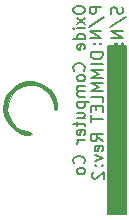
<source format=gbr>
G04 #@! TF.GenerationSoftware,KiCad,Pcbnew,(5.1.10)-1*
G04 #@! TF.CreationDate,2021-07-30T20:35:32-05:00*
G04 #@! TF.ProjectId,dimmlet,64696d6d-6c65-4742-9e6b-696361645f70,rev?*
G04 #@! TF.SameCoordinates,Original*
G04 #@! TF.FileFunction,Legend,Bot*
G04 #@! TF.FilePolarity,Positive*
%FSLAX46Y46*%
G04 Gerber Fmt 4.6, Leading zero omitted, Abs format (unit mm)*
G04 Created by KiCad (PCBNEW (5.1.10)-1) date 2021-07-30 20:35:32*
%MOMM*%
%LPD*%
G01*
G04 APERTURE LIST*
%ADD10C,0.127000*%
%ADD11C,0.010000*%
G04 APERTURE END LIST*
D10*
G36*
X246305000Y-79000000D02*
G01*
X246305000Y-64800000D01*
X244805000Y-64800000D01*
X244805000Y-79000000D01*
X246305000Y-79000000D01*
G37*
X246305000Y-79000000D02*
X246305000Y-64800000D01*
X244805000Y-64800000D01*
X244805000Y-79000000D01*
X246305000Y-79000000D01*
D11*
G36*
X235941540Y-70262350D02*
G01*
X236093565Y-70861672D01*
X236389386Y-71393250D01*
X236810417Y-71830187D01*
X237197652Y-72079847D01*
X237519462Y-72212608D01*
X237835437Y-72290443D01*
X238105781Y-72309486D01*
X238290695Y-72265874D01*
X238349001Y-72191629D01*
X238326875Y-72100040D01*
X238192065Y-72042525D01*
X237988803Y-72011131D01*
X237481036Y-71873039D01*
X237028375Y-71596304D01*
X236657802Y-71209265D01*
X236396300Y-70740261D01*
X236270849Y-70217630D01*
X236269821Y-70205710D01*
X236298922Y-69646512D01*
X236467837Y-69147215D01*
X236753701Y-68723428D01*
X237133653Y-68390755D01*
X237584830Y-68164804D01*
X238084370Y-68061180D01*
X238609409Y-68095489D01*
X239107817Y-68268472D01*
X239525889Y-68556213D01*
X239870791Y-68946982D01*
X240114085Y-69397621D01*
X240227331Y-69864972D01*
X240232000Y-69974519D01*
X240267493Y-70130533D01*
X240373150Y-70154375D01*
X240483722Y-70110304D01*
X240529613Y-70008504D01*
X240518126Y-69810027D01*
X240479151Y-69589093D01*
X240286115Y-69021271D01*
X239956207Y-68532087D01*
X239511522Y-68141835D01*
X238974153Y-67870809D01*
X238478814Y-67751633D01*
X237911929Y-67756278D01*
X237375943Y-67908251D01*
X236892857Y-68185782D01*
X236484672Y-68567098D01*
X236173390Y-69030431D01*
X235981012Y-69554007D01*
X235929540Y-70116058D01*
X235941540Y-70262350D01*
G37*
X235941540Y-70262350D02*
X236093565Y-70861672D01*
X236389386Y-71393250D01*
X236810417Y-71830187D01*
X237197652Y-72079847D01*
X237519462Y-72212608D01*
X237835437Y-72290443D01*
X238105781Y-72309486D01*
X238290695Y-72265874D01*
X238349001Y-72191629D01*
X238326875Y-72100040D01*
X238192065Y-72042525D01*
X237988803Y-72011131D01*
X237481036Y-71873039D01*
X237028375Y-71596304D01*
X236657802Y-71209265D01*
X236396300Y-70740261D01*
X236270849Y-70217630D01*
X236269821Y-70205710D01*
X236298922Y-69646512D01*
X236467837Y-69147215D01*
X236753701Y-68723428D01*
X237133653Y-68390755D01*
X237584830Y-68164804D01*
X238084370Y-68061180D01*
X238609409Y-68095489D01*
X239107817Y-68268472D01*
X239525889Y-68556213D01*
X239870791Y-68946982D01*
X240114085Y-69397621D01*
X240227331Y-69864972D01*
X240232000Y-69974519D01*
X240267493Y-70130533D01*
X240373150Y-70154375D01*
X240483722Y-70110304D01*
X240529613Y-70008504D01*
X240518126Y-69810027D01*
X240479151Y-69589093D01*
X240286115Y-69021271D01*
X239956207Y-68532087D01*
X239511522Y-68141835D01*
X238974153Y-67870809D01*
X238478814Y-67751633D01*
X237911929Y-67756278D01*
X237375943Y-67908251D01*
X236892857Y-68185782D01*
X236484672Y-68567098D01*
X236173390Y-69030431D01*
X235981012Y-69554007D01*
X235929540Y-70116058D01*
X235941540Y-70262350D01*
D10*
X244352380Y-65317450D02*
X243352380Y-65317450D01*
X243352380Y-65555545D01*
X243400000Y-65698402D01*
X243495238Y-65793640D01*
X243590476Y-65841259D01*
X243780952Y-65888878D01*
X243923809Y-65888878D01*
X244114285Y-65841259D01*
X244209523Y-65793640D01*
X244304761Y-65698402D01*
X244352380Y-65555545D01*
X244352380Y-65317450D01*
X244352380Y-66317450D02*
X243352380Y-66317450D01*
X244352380Y-66793640D02*
X243352380Y-66793640D01*
X244066666Y-67126973D01*
X243352380Y-67460307D01*
X244352380Y-67460307D01*
X244352380Y-67936497D02*
X243352380Y-67936497D01*
X244066666Y-68269830D01*
X243352380Y-68603164D01*
X244352380Y-68603164D01*
X244352380Y-69555545D02*
X244352380Y-69079354D01*
X243352380Y-69079354D01*
X243828571Y-69888878D02*
X243828571Y-70222211D01*
X244352380Y-70365069D02*
X244352380Y-69888878D01*
X243352380Y-69888878D01*
X243352380Y-70365069D01*
X243352380Y-70650783D02*
X243352380Y-71222211D01*
X244352380Y-70936497D02*
X243352380Y-70936497D01*
X243547619Y-75455545D02*
X243500000Y-75503164D01*
X243452380Y-75598402D01*
X243452380Y-75836497D01*
X243500000Y-75931735D01*
X243547619Y-75979354D01*
X243642857Y-76026973D01*
X243738095Y-76026973D01*
X243880952Y-75979354D01*
X244452380Y-75407926D01*
X244452380Y-76026973D01*
X244352380Y-72831735D02*
X243876190Y-72498402D01*
X244352380Y-72260307D02*
X243352380Y-72260307D01*
X243352380Y-72641259D01*
X243400000Y-72736497D01*
X243447619Y-72784116D01*
X243542857Y-72831735D01*
X243685714Y-72831735D01*
X243780952Y-72784116D01*
X243828571Y-72736497D01*
X243876190Y-72641259D01*
X243876190Y-72260307D01*
X244304761Y-73641259D02*
X244352380Y-73546021D01*
X244352380Y-73355545D01*
X244304761Y-73260307D01*
X244209523Y-73212688D01*
X243828571Y-73212688D01*
X243733333Y-73260307D01*
X243685714Y-73355545D01*
X243685714Y-73546021D01*
X243733333Y-73641259D01*
X243828571Y-73688878D01*
X243923809Y-73688878D01*
X244019047Y-73212688D01*
X243685714Y-74022211D02*
X244352380Y-74260307D01*
X243685714Y-74498402D01*
X244257142Y-74879354D02*
X244304761Y-74926973D01*
X244352380Y-74879354D01*
X244304761Y-74831735D01*
X244257142Y-74879354D01*
X244352380Y-74879354D01*
X243733333Y-74879354D02*
X243780952Y-74926973D01*
X243828571Y-74879354D01*
X243780952Y-74831735D01*
X243733333Y-74879354D01*
X243828571Y-74879354D01*
X241852380Y-61626973D02*
X241852380Y-61817450D01*
X241900000Y-61912688D01*
X241995238Y-62007926D01*
X242185714Y-62055545D01*
X242519047Y-62055545D01*
X242709523Y-62007926D01*
X242804761Y-61912688D01*
X242852380Y-61817450D01*
X242852380Y-61626973D01*
X242804761Y-61531735D01*
X242709523Y-61436497D01*
X242519047Y-61388878D01*
X242185714Y-61388878D01*
X241995238Y-61436497D01*
X241900000Y-61531735D01*
X241852380Y-61626973D01*
X242852380Y-62388878D02*
X242185714Y-62912688D01*
X242185714Y-62388878D02*
X242852380Y-62912688D01*
X242852380Y-63293640D02*
X242185714Y-63293640D01*
X241852380Y-63293640D02*
X241900000Y-63246021D01*
X241947619Y-63293640D01*
X241900000Y-63341259D01*
X241852380Y-63293640D01*
X241947619Y-63293640D01*
X242852380Y-64198402D02*
X241852380Y-64198402D01*
X242804761Y-64198402D02*
X242852380Y-64103164D01*
X242852380Y-63912688D01*
X242804761Y-63817450D01*
X242757142Y-63769830D01*
X242661904Y-63722211D01*
X242376190Y-63722211D01*
X242280952Y-63769830D01*
X242233333Y-63817450D01*
X242185714Y-63912688D01*
X242185714Y-64103164D01*
X242233333Y-64198402D01*
X242804761Y-65055545D02*
X242852380Y-64960307D01*
X242852380Y-64769830D01*
X242804761Y-64674592D01*
X242709523Y-64626973D01*
X242328571Y-64626973D01*
X242233333Y-64674592D01*
X242185714Y-64769830D01*
X242185714Y-64960307D01*
X242233333Y-65055545D01*
X242328571Y-65103164D01*
X242423809Y-65103164D01*
X242519047Y-64626973D01*
X242757142Y-66865069D02*
X242804761Y-66817450D01*
X242852380Y-66674592D01*
X242852380Y-66579354D01*
X242804761Y-66436497D01*
X242709523Y-66341259D01*
X242614285Y-66293640D01*
X242423809Y-66246021D01*
X242280952Y-66246021D01*
X242090476Y-66293640D01*
X241995238Y-66341259D01*
X241900000Y-66436497D01*
X241852380Y-66579354D01*
X241852380Y-66674592D01*
X241900000Y-66817450D01*
X241947619Y-66865069D01*
X242852380Y-67436497D02*
X242804761Y-67341259D01*
X242757142Y-67293640D01*
X242661904Y-67246021D01*
X242376190Y-67246021D01*
X242280952Y-67293640D01*
X242233333Y-67341259D01*
X242185714Y-67436497D01*
X242185714Y-67579354D01*
X242233333Y-67674592D01*
X242280952Y-67722211D01*
X242376190Y-67769830D01*
X242661904Y-67769830D01*
X242757142Y-67722211D01*
X242804761Y-67674592D01*
X242852380Y-67579354D01*
X242852380Y-67436497D01*
X242852380Y-68198402D02*
X242185714Y-68198402D01*
X242280952Y-68198402D02*
X242233333Y-68246021D01*
X242185714Y-68341259D01*
X242185714Y-68484116D01*
X242233333Y-68579354D01*
X242328571Y-68626973D01*
X242852380Y-68626973D01*
X242328571Y-68626973D02*
X242233333Y-68674592D01*
X242185714Y-68769830D01*
X242185714Y-68912688D01*
X242233333Y-69007926D01*
X242328571Y-69055545D01*
X242852380Y-69055545D01*
X242185714Y-69531735D02*
X243185714Y-69531735D01*
X242233333Y-69531735D02*
X242185714Y-69626973D01*
X242185714Y-69817450D01*
X242233333Y-69912688D01*
X242280952Y-69960307D01*
X242376190Y-70007926D01*
X242661904Y-70007926D01*
X242757142Y-69960307D01*
X242804761Y-69912688D01*
X242852380Y-69817450D01*
X242852380Y-69626973D01*
X242804761Y-69531735D01*
X242185714Y-70865069D02*
X242852380Y-70865069D01*
X242185714Y-70436497D02*
X242709523Y-70436497D01*
X242804761Y-70484116D01*
X242852380Y-70579354D01*
X242852380Y-70722211D01*
X242804761Y-70817450D01*
X242757142Y-70865069D01*
X242185714Y-71198402D02*
X242185714Y-71579354D01*
X241852380Y-71341259D02*
X242709523Y-71341259D01*
X242804761Y-71388878D01*
X242852380Y-71484116D01*
X242852380Y-71579354D01*
X242804761Y-72293640D02*
X242852380Y-72198402D01*
X242852380Y-72007926D01*
X242804761Y-71912688D01*
X242709523Y-71865069D01*
X242328571Y-71865069D01*
X242233333Y-71912688D01*
X242185714Y-72007926D01*
X242185714Y-72198402D01*
X242233333Y-72293640D01*
X242328571Y-72341259D01*
X242423809Y-72341259D01*
X242519047Y-71865069D01*
X242852380Y-72769830D02*
X242185714Y-72769830D01*
X242376190Y-72769830D02*
X242280952Y-72817450D01*
X242233333Y-72865069D01*
X242185714Y-72960307D01*
X242185714Y-73055545D01*
X242757142Y-74722211D02*
X242804761Y-74674592D01*
X242852380Y-74531735D01*
X242852380Y-74436497D01*
X242804761Y-74293640D01*
X242709523Y-74198402D01*
X242614285Y-74150783D01*
X242423809Y-74103164D01*
X242280952Y-74103164D01*
X242090476Y-74150783D01*
X241995238Y-74198402D01*
X241900000Y-74293640D01*
X241852380Y-74436497D01*
X241852380Y-74531735D01*
X241900000Y-74674592D01*
X241947619Y-74722211D01*
X242852380Y-75293640D02*
X242804761Y-75198402D01*
X242757142Y-75150783D01*
X242661904Y-75103164D01*
X242376190Y-75103164D01*
X242280952Y-75150783D01*
X242233333Y-75198402D01*
X242185714Y-75293640D01*
X242185714Y-75436497D01*
X242233333Y-75531735D01*
X242280952Y-75579354D01*
X242376190Y-75626973D01*
X242661904Y-75626973D01*
X242757142Y-75579354D01*
X242804761Y-75531735D01*
X242852380Y-75436497D01*
X242852380Y-75293640D01*
X246004761Y-61484116D02*
X246052380Y-61626973D01*
X246052380Y-61865069D01*
X246004761Y-61960307D01*
X245957142Y-62007926D01*
X245861904Y-62055545D01*
X245766666Y-62055545D01*
X245671428Y-62007926D01*
X245623809Y-61960307D01*
X245576190Y-61865069D01*
X245528571Y-61674592D01*
X245480952Y-61579354D01*
X245433333Y-61531735D01*
X245338095Y-61484116D01*
X245242857Y-61484116D01*
X245147619Y-61531735D01*
X245100000Y-61579354D01*
X245052380Y-61674592D01*
X245052380Y-61912688D01*
X245100000Y-62055545D01*
X245004761Y-63198402D02*
X246290476Y-62341259D01*
X246052380Y-63531735D02*
X245052380Y-63531735D01*
X246052380Y-64103164D01*
X245052380Y-64103164D01*
X245957142Y-64579354D02*
X246004761Y-64626973D01*
X246052380Y-64579354D01*
X246004761Y-64531735D01*
X245957142Y-64579354D01*
X246052380Y-64579354D01*
X245433333Y-64579354D02*
X245480952Y-64626973D01*
X245528571Y-64579354D01*
X245480952Y-64531735D01*
X245433333Y-64579354D01*
X245528571Y-64579354D01*
X244252380Y-61484116D02*
X243252380Y-61484116D01*
X243252380Y-61865069D01*
X243300000Y-61960307D01*
X243347619Y-62007926D01*
X243442857Y-62055545D01*
X243585714Y-62055545D01*
X243680952Y-62007926D01*
X243728571Y-61960307D01*
X243776190Y-61865069D01*
X243776190Y-61484116D01*
X243204761Y-63198402D02*
X244490476Y-62341259D01*
X244252380Y-63531735D02*
X243252380Y-63531735D01*
X244252380Y-64103164D01*
X243252380Y-64103164D01*
X244157142Y-64579354D02*
X244204761Y-64626973D01*
X244252380Y-64579354D01*
X244204761Y-64531735D01*
X244157142Y-64579354D01*
X244252380Y-64579354D01*
X243633333Y-64579354D02*
X243680952Y-64626973D01*
X243728571Y-64579354D01*
X243680952Y-64531735D01*
X243633333Y-64579354D01*
X243728571Y-64579354D01*
M02*

</source>
